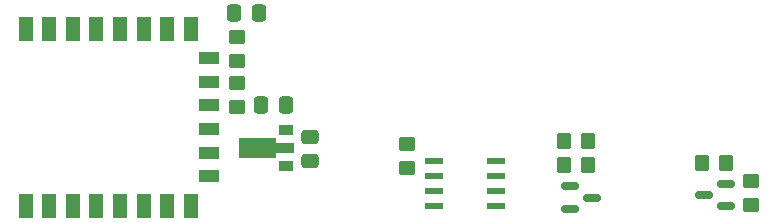
<source format=gbr>
%TF.GenerationSoftware,KiCad,Pcbnew,(6.0.7)*%
%TF.CreationDate,2022-10-27T13:02:41+02:00*%
%TF.ProjectId,UniMini,556e694d-696e-4692-9e6b-696361645f70,rev?*%
%TF.SameCoordinates,Original*%
%TF.FileFunction,Paste,Bot*%
%TF.FilePolarity,Positive*%
%FSLAX46Y46*%
G04 Gerber Fmt 4.6, Leading zero omitted, Abs format (unit mm)*
G04 Created by KiCad (PCBNEW (6.0.7)) date 2022-10-27 13:02:41*
%MOMM*%
%LPD*%
G01*
G04 APERTURE LIST*
G04 Aperture macros list*
%AMRoundRect*
0 Rectangle with rounded corners*
0 $1 Rounding radius*
0 $2 $3 $4 $5 $6 $7 $8 $9 X,Y pos of 4 corners*
0 Add a 4 corners polygon primitive as box body*
4,1,4,$2,$3,$4,$5,$6,$7,$8,$9,$2,$3,0*
0 Add four circle primitives for the rounded corners*
1,1,$1+$1,$2,$3*
1,1,$1+$1,$4,$5*
1,1,$1+$1,$6,$7*
1,1,$1+$1,$8,$9*
0 Add four rect primitives between the rounded corners*
20,1,$1+$1,$2,$3,$4,$5,0*
20,1,$1+$1,$4,$5,$6,$7,0*
20,1,$1+$1,$6,$7,$8,$9,0*
20,1,$1+$1,$8,$9,$2,$3,0*%
%AMFreePoly0*
4,1,9,3.862500,-0.866500,0.737500,-0.866500,0.737500,-0.450000,-0.737500,-0.450000,-0.737500,0.450000,0.737500,0.450000,0.737500,0.866500,3.862500,0.866500,3.862500,-0.866500,3.862500,-0.866500,$1*%
G04 Aperture macros list end*
%ADD10RoundRect,0.250000X0.350000X0.450000X-0.350000X0.450000X-0.350000X-0.450000X0.350000X-0.450000X0*%
%ADD11R,1.300000X0.900000*%
%ADD12FreePoly0,180.000000*%
%ADD13RoundRect,0.250000X-0.450000X0.350000X-0.450000X-0.350000X0.450000X-0.350000X0.450000X0.350000X0*%
%ADD14RoundRect,0.250000X-0.337500X-0.475000X0.337500X-0.475000X0.337500X0.475000X-0.337500X0.475000X0*%
%ADD15RoundRect,0.070692X0.719308X0.223858X-0.719308X0.223858X-0.719308X-0.223858X0.719308X-0.223858X0*%
%ADD16RoundRect,0.250000X-0.350000X-0.450000X0.350000X-0.450000X0.350000X0.450000X-0.350000X0.450000X0*%
%ADD17RoundRect,0.250000X0.475000X-0.337500X0.475000X0.337500X-0.475000X0.337500X-0.475000X-0.337500X0*%
%ADD18RoundRect,0.150000X-0.587500X-0.150000X0.587500X-0.150000X0.587500X0.150000X-0.587500X0.150000X0*%
%ADD19R,1.200000X2.000000*%
%ADD20R,1.700000X1.100000*%
%ADD21RoundRect,0.150000X0.587500X0.150000X-0.587500X0.150000X-0.587500X-0.150000X0.587500X-0.150000X0*%
%ADD22RoundRect,0.250000X0.450000X-0.350000X0.450000X0.350000X-0.450000X0.350000X-0.450000X-0.350000X0*%
G04 APERTURE END LIST*
D10*
%TO.C,R6*%
X84400000Y-84700000D03*
X82400000Y-84700000D03*
%TD*%
D11*
%TO.C,U2*%
X58850000Y-81800000D03*
D12*
X58762500Y-83300000D03*
D11*
X58850000Y-84800000D03*
%TD*%
D13*
%TO.C,R9*%
X54700000Y-73900000D03*
X54700000Y-75900000D03*
%TD*%
D14*
%TO.C,C2*%
X56762500Y-79700000D03*
X58837500Y-79700000D03*
%TD*%
D15*
%TO.C,U3*%
X76624600Y-84385000D03*
X76624600Y-85655000D03*
X76624600Y-86925000D03*
X76624600Y-88195000D03*
X71375400Y-88195000D03*
X71375400Y-86925000D03*
X71375400Y-85655000D03*
X71375400Y-84385000D03*
%TD*%
D16*
%TO.C,R7*%
X82400000Y-82700000D03*
X84400000Y-82700000D03*
%TD*%
D10*
%TO.C,R10*%
X96100000Y-84600000D03*
X94100000Y-84600000D03*
%TD*%
D13*
%TO.C,R5*%
X69100000Y-83000000D03*
X69100000Y-85000000D03*
%TD*%
D17*
%TO.C,C3*%
X60900000Y-84437500D03*
X60900000Y-82362500D03*
%TD*%
D18*
%TO.C,Q1*%
X82862500Y-88450000D03*
X82862500Y-86550000D03*
X84737500Y-87500000D03*
%TD*%
D14*
%TO.C,C6*%
X54462500Y-71900000D03*
X56537500Y-71900000D03*
%TD*%
D13*
%TO.C,R8*%
X54700000Y-77800000D03*
X54700000Y-79800000D03*
%TD*%
D19*
%TO.C,U1*%
X36800000Y-73200000D03*
X38800000Y-73200000D03*
X40800000Y-73200000D03*
X42800000Y-73200000D03*
X44800000Y-73200000D03*
X46800000Y-73200000D03*
X48800000Y-73200000D03*
X50800000Y-73200000D03*
D20*
X52300000Y-75700000D03*
X52300000Y-77700000D03*
X52300000Y-79700000D03*
X52300000Y-81700000D03*
X52300000Y-83700000D03*
X52300000Y-85700000D03*
D19*
X50800000Y-88200000D03*
X48800000Y-88200000D03*
X46800000Y-88200000D03*
X44800000Y-88200000D03*
X42800000Y-88200000D03*
X40800000Y-88200000D03*
X38800000Y-88200000D03*
X36800000Y-88200000D03*
%TD*%
D21*
%TO.C,Q2*%
X96137500Y-86350000D03*
X96137500Y-88250000D03*
X94262500Y-87300000D03*
%TD*%
D22*
%TO.C,R11*%
X98200000Y-88100000D03*
X98200000Y-86100000D03*
%TD*%
M02*

</source>
